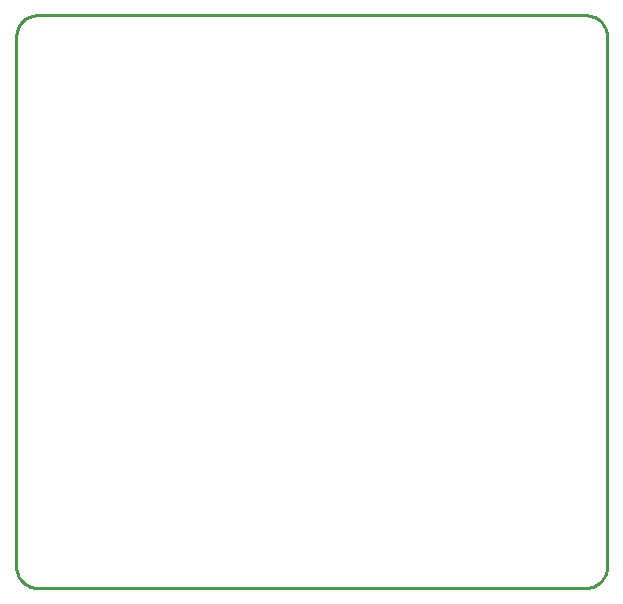
<source format=gbr>
G04 EAGLE Gerber RS-274X export*
G75*
%MOMM*%
%FSLAX34Y34*%
%LPD*%
%IN*%
%IPPOS*%
%AMOC8*
5,1,8,0,0,1.08239X$1,22.5*%
G01*
%ADD10C,0.254000*%


D10*
X0Y23028D02*
X69Y21457D01*
X274Y19897D01*
X614Y18362D01*
X1087Y16862D01*
X1689Y15409D01*
X2415Y14014D01*
X3260Y12687D01*
X4218Y11440D01*
X5280Y10280D01*
X6440Y9218D01*
X7687Y8260D01*
X9014Y7415D01*
X10409Y6689D01*
X11862Y6087D01*
X13362Y5614D01*
X14897Y5274D01*
X16457Y5069D01*
X18028Y5000D01*
X481972Y5000D01*
X483543Y5069D01*
X485103Y5274D01*
X486638Y5614D01*
X488138Y6087D01*
X489591Y6689D01*
X490986Y7415D01*
X492313Y8260D01*
X493560Y9218D01*
X494720Y10280D01*
X495782Y11440D01*
X496740Y12687D01*
X497585Y14014D01*
X498311Y15409D01*
X498913Y16862D01*
X499386Y18362D01*
X499726Y19897D01*
X499931Y21457D01*
X500000Y23028D01*
X500000Y471972D01*
X499931Y473543D01*
X499726Y475103D01*
X499386Y476638D01*
X498913Y478138D01*
X498311Y479591D01*
X497585Y480986D01*
X496740Y482313D01*
X495782Y483560D01*
X494720Y484720D01*
X493560Y485782D01*
X492313Y486740D01*
X490986Y487585D01*
X489591Y488311D01*
X488138Y488913D01*
X486638Y489386D01*
X485103Y489726D01*
X483543Y489931D01*
X481972Y490000D01*
X18028Y490000D01*
X16457Y489931D01*
X14897Y489726D01*
X13362Y489386D01*
X11862Y488913D01*
X10409Y488311D01*
X9014Y487585D01*
X7687Y486740D01*
X6440Y485782D01*
X5280Y484720D01*
X4218Y483560D01*
X3260Y482313D01*
X2415Y480986D01*
X1689Y479591D01*
X1087Y478138D01*
X614Y476638D01*
X274Y475103D01*
X69Y473543D01*
X0Y471972D01*
X0Y23028D01*
M02*

</source>
